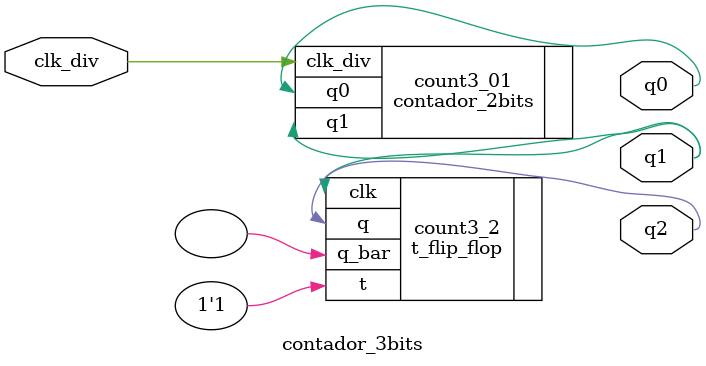
<source format=v>
/*Contador de 3 bits utilizando flip-flop T e clock para variar os bits em ordem*/
module contador_3bits(
  input clk_div,      // Sinal de clock de entrada
  output q0,q1,q2			 //output wire [15:0] divided   // Saída com 16 divisões do clock
);
//Simplesmente o contador de 2 bits com 1 flip_flop T a mais
contador_2bits count3_01 (
	.clk_div(clk_div),
	.q0(q0),
	.q1(q1)
);
t_flip_flop count3_2 (
  .clk(q1),
  .t(1'b1),      // T é sempre 1 para o primeiro flip-flop
  .q(q2),
  .q_bar()
  );
endmodule
</source>
